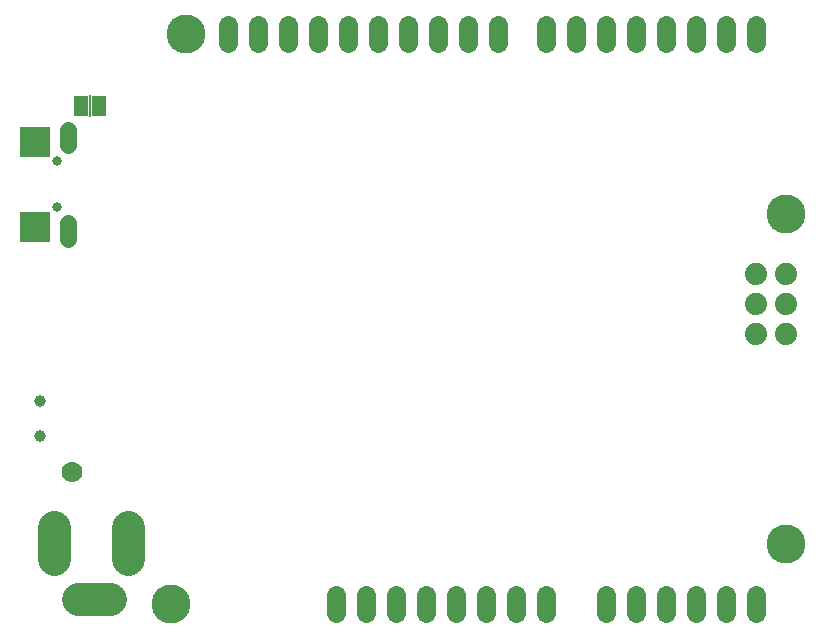
<source format=gbr>
G04 EAGLE Gerber RS-274X export*
G75*
%MOMM*%
%FSLAX34Y34*%
%LPD*%
%INSoldermask Bottom*%
%IPPOS*%
%AMOC8*
5,1,8,0,0,1.08239X$1,22.5*%
G01*
%ADD10C,3.301600*%
%ADD11C,1.879600*%
%ADD12C,1.609600*%
%ADD13C,0.801600*%
%ADD14R,2.514600X2.514600*%
%ADD15C,1.409600*%
%ADD16R,1.270000X1.701800*%
%ADD17R,0.152400X1.828800*%
%ADD18C,1.778000*%
%ADD19C,2.801600*%
%ADD20C,1.001600*%


D10*
X660400Y355600D03*
X660400Y76200D03*
X152400Y508000D03*
X139700Y25400D03*
D11*
X660400Y304800D03*
X660400Y279400D03*
X660400Y254000D03*
X635000Y304800D03*
X635000Y279400D03*
X635000Y254000D03*
D12*
X508000Y32940D02*
X508000Y17860D01*
X533400Y17860D02*
X533400Y32940D01*
X558800Y32940D02*
X558800Y17860D01*
X584200Y17860D02*
X584200Y32940D01*
X609600Y32940D02*
X609600Y17860D01*
X635000Y17860D02*
X635000Y32940D01*
D13*
X43180Y400500D03*
X43180Y361500D03*
D14*
X24180Y345000D03*
X24180Y417000D03*
D15*
X52180Y414000D02*
X52180Y427080D01*
X52180Y348000D02*
X52180Y334920D01*
D12*
X187960Y500460D02*
X187960Y515540D01*
X213360Y515540D02*
X213360Y500460D01*
X238760Y500460D02*
X238760Y515540D01*
X264160Y515540D02*
X264160Y500460D01*
X289560Y500460D02*
X289560Y515540D01*
X314960Y515540D02*
X314960Y500460D01*
X340360Y500460D02*
X340360Y515540D01*
X365760Y515540D02*
X365760Y500460D01*
X391160Y500460D02*
X391160Y515540D01*
X416560Y515540D02*
X416560Y500460D01*
X457200Y500460D02*
X457200Y515540D01*
X482600Y515540D02*
X482600Y500460D01*
X508000Y500460D02*
X508000Y515540D01*
X533400Y515540D02*
X533400Y500460D01*
X558800Y500460D02*
X558800Y515540D01*
X584200Y515540D02*
X584200Y500460D01*
X609600Y500460D02*
X609600Y515540D01*
X635000Y515540D02*
X635000Y500460D01*
X279400Y32940D02*
X279400Y17860D01*
X304800Y17860D02*
X304800Y32940D01*
X330200Y32940D02*
X330200Y17860D01*
X355600Y17860D02*
X355600Y32940D01*
X381000Y32940D02*
X381000Y17860D01*
X406400Y17860D02*
X406400Y32940D01*
X431800Y32940D02*
X431800Y17860D01*
X457200Y17860D02*
X457200Y32940D01*
D16*
X63500Y447040D03*
X78740Y447040D03*
D17*
X71120Y447040D03*
D18*
X55880Y137160D03*
D19*
X102980Y90970D02*
X102980Y63970D01*
X40480Y63970D02*
X40480Y90970D01*
X60980Y29470D02*
X87980Y29470D01*
D20*
X29210Y197880D03*
X29210Y167880D03*
M02*

</source>
